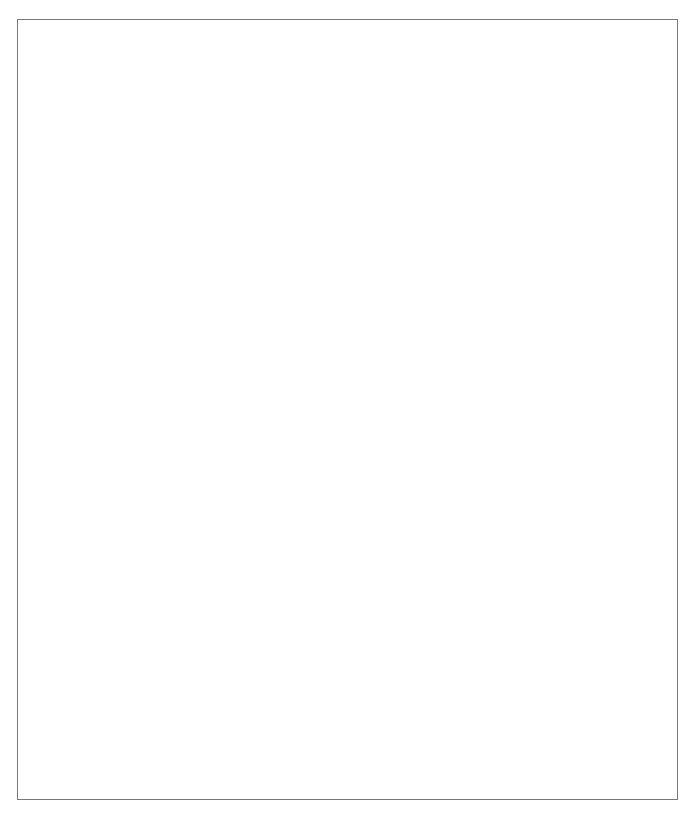
<source format=gbr>
%TF.GenerationSoftware,KiCad,Pcbnew,(5.1.9)-1*%
%TF.CreationDate,2021-05-20T15:22:16+09:00*%
%TF.ProjectId,esp32_nodemcu,65737033-325f-46e6-9f64-656d63752e6b,rev?*%
%TF.SameCoordinates,Original*%
%TF.FileFunction,Paste,Bot*%
%TF.FilePolarity,Positive*%
%FSLAX46Y46*%
G04 Gerber Fmt 4.6, Leading zero omitted, Abs format (unit mm)*
G04 Created by KiCad (PCBNEW (5.1.9)-1) date 2021-05-20 15:22:16*
%MOMM*%
%LPD*%
G01*
G04 APERTURE LIST*
%TA.AperFunction,Profile*%
%ADD10C,0.050000*%
%TD*%
G04 APERTURE END LIST*
D10*
X124460000Y-139700000D02*
X124460000Y-133350000D01*
X180340000Y-139700000D02*
X124460000Y-139700000D01*
X180340000Y-133350000D02*
X180340000Y-139700000D01*
X124460000Y-133350000D02*
X124460000Y-73660000D01*
X180340000Y-73660000D02*
X180340000Y-133350000D01*
X124460000Y-73660000D02*
X180340000Y-73660000D01*
M02*

</source>
